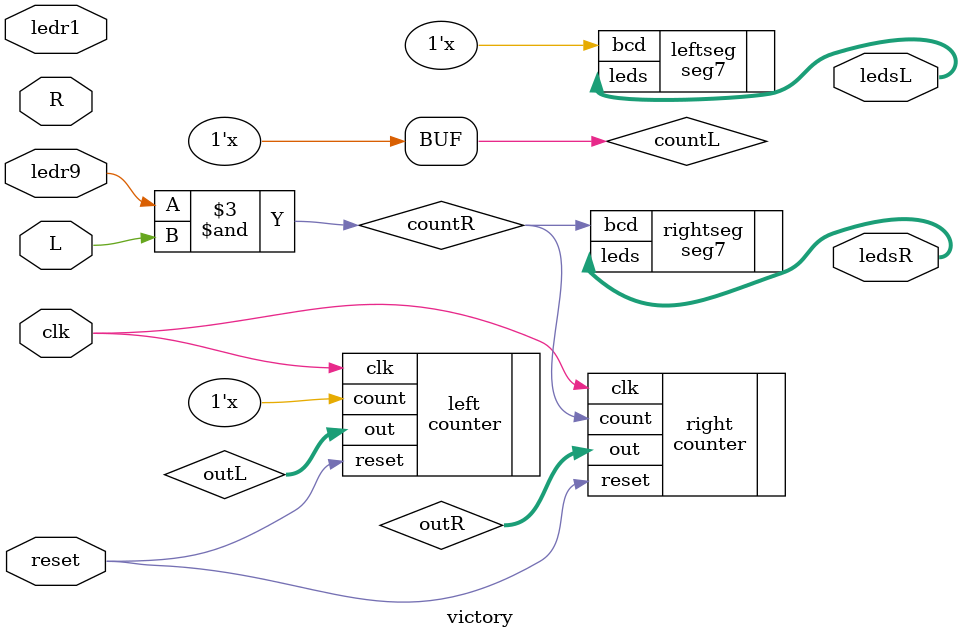
<source format=sv>
module victory (
  input clk, reset,
  input ledr1, ledr9, L, R, 
  output logic [6:0] ledsL, ledsR
  );

  logic [2:0] outL, outR;
  logic countL, countR;

  always_comb begin
    case (outL)
      7'b1111000: countR = 1'b0;
      default: countR = (ledr1 & R);
    endcase
    
    case (outR)
      7'b1111000: countL = 1'b0;
      default: countR = (ledr9 & L);
    endcase
  end

  counter left (.clk, .reset, .count(countL), .out(outL));
  counter right (.clk, .reset, .count(countR), .out(outR));

  seg7 leftseg (.bcd(countL), .leds(ledsL));
  seg7 rightseg (.bcd(countR), .leds(ledsR));

endmodule  // victory
</source>
